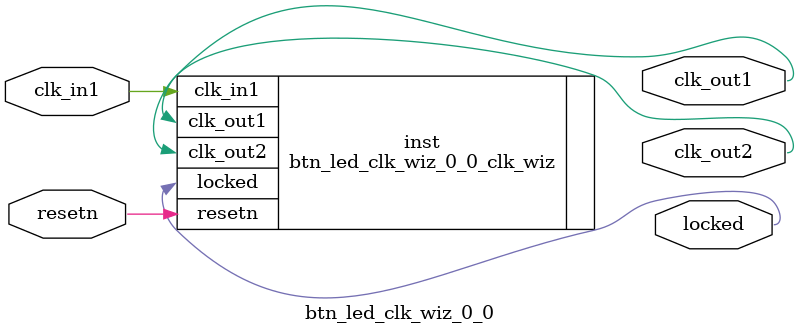
<source format=v>


`timescale 1ps/1ps

(* CORE_GENERATION_INFO = "btn_led_clk_wiz_0_0,clk_wiz_v6_0_11_0_0,{component_name=btn_led_clk_wiz_0_0,use_phase_alignment=true,use_min_o_jitter=false,use_max_i_jitter=false,use_dyn_phase_shift=false,use_inclk_switchover=false,use_dyn_reconfig=false,enable_axi=0,feedback_source=FDBK_AUTO,PRIMITIVE=MMCM,num_out_clk=2,clkin1_period=10.000,clkin2_period=10.000,use_power_down=false,use_reset=true,use_locked=true,use_inclk_stopped=false,feedback_type=SINGLE,CLOCK_MGR_TYPE=NA,manual_override=false}" *)

module btn_led_clk_wiz_0_0 
 (
  // Clock out ports
  output        clk_out1,
  output        clk_out2,
  // Status and control signals
  input         resetn,
  output        locked,
 // Clock in ports
  input         clk_in1
 );

  btn_led_clk_wiz_0_0_clk_wiz inst
  (
  // Clock out ports  
  .clk_out1(clk_out1),
  .clk_out2(clk_out2),
  // Status and control signals               
  .resetn(resetn), 
  .locked(locked),
 // Clock in ports
  .clk_in1(clk_in1)
  );

endmodule

</source>
